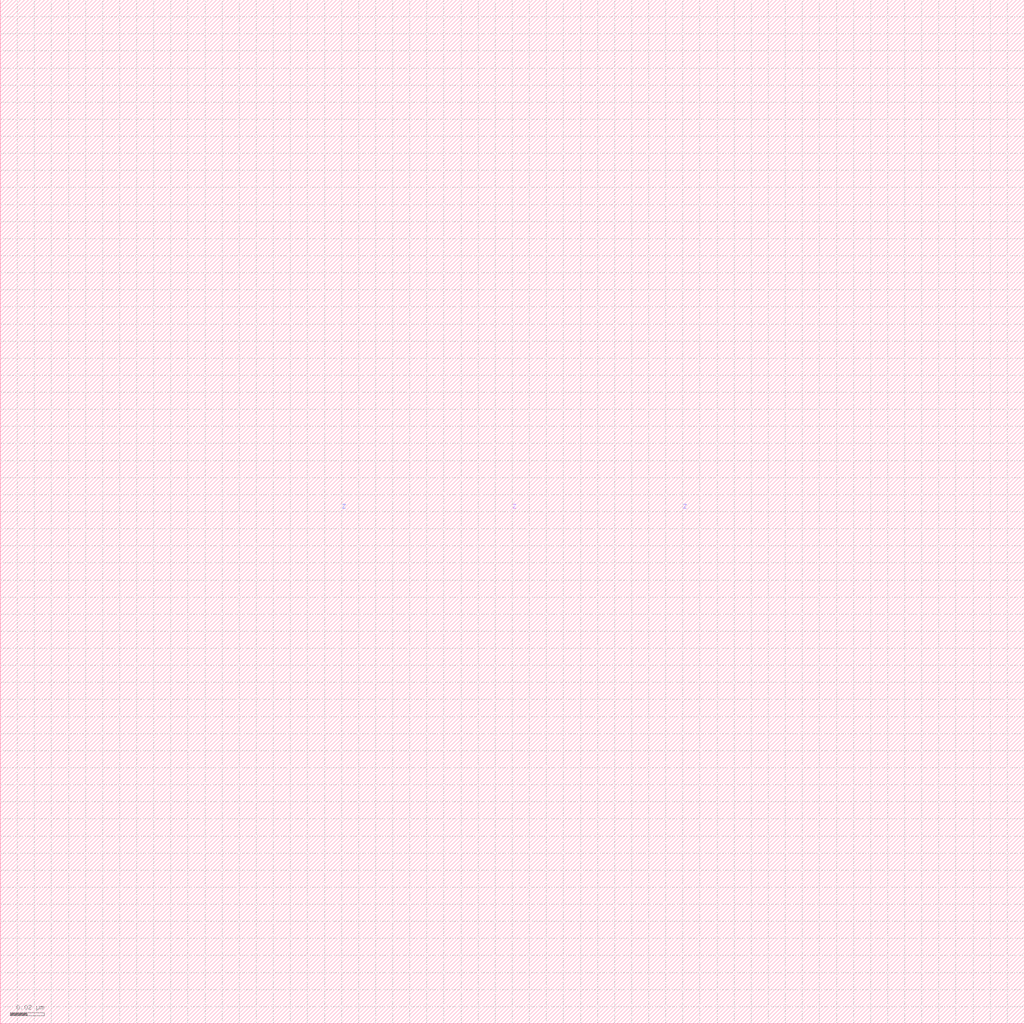
<source format=lef>

MACRO nomask_macro
    CLASS CORE ;
    ORIGIN 0.3 0.3 ;
    SIZE 0.6 BY 0.6 ;
    PIN Z
        PORT
        LAYER M0PO ;
        RECT -0.07 -0.03 0.07 0.03 ;
        LAYER M1 ;
        RECT 0.07 -0.03 0.13 0.03 ;
        LAYER M2 ;
        RECT -0.13 -0.03 -0.07 0.03 ;
        VIA 0.0 0.2 square_nomask ;
        VIA  0.0 -0.2 square_nomask ;
        END
    END Z
END nomask_macro

MACRO mask_macro
    CLASS CORE ;
    ORIGIN 0.3 0.3 ;
    SIZE 0.6 BY 0.6 ;
    PIN Z
        PORT
        LAYER M0PO ;
        RECT MASK 2 -0.07 -0.03 0.07 0.03 ;
        LAYER M1 ;
        RECT MASK 2 0.07 -0.03 0.13 0.03 ;
        LAYER M2 ;
        RECT MASK 1 -0.13 -0.03 -0.07 0.03 ;
        VIA MASK 200 0.0 0.2 square ;
        VIA  0.0 -0.2 square ;
        END
    END Z
END mask_macro

MACRO fixedmask_macro
    CLASS CORE ;
    FIXEDMASK ;
    ORIGIN 0.3 0.3 ;
    SIZE 0.6 BY 0.6 ;
    PIN Z
        PORT
        LAYER M0PO ;
        RECT MASK 2 -0.07 -0.03 0.07 0.03 ;
        LAYER M1 ;
        RECT MASK 2 0.07 -0.03 0.13 0.03 ;
        LAYER M2 ;
        RECT MASK 1 -0.13 -0.03 -0.07 0.03 ;
        VIA MASK 200 0.0 0.2 square ;
        VIA  0.0 -0.2 square ;
        END
    END Z
END fixedmask_macro


</source>
